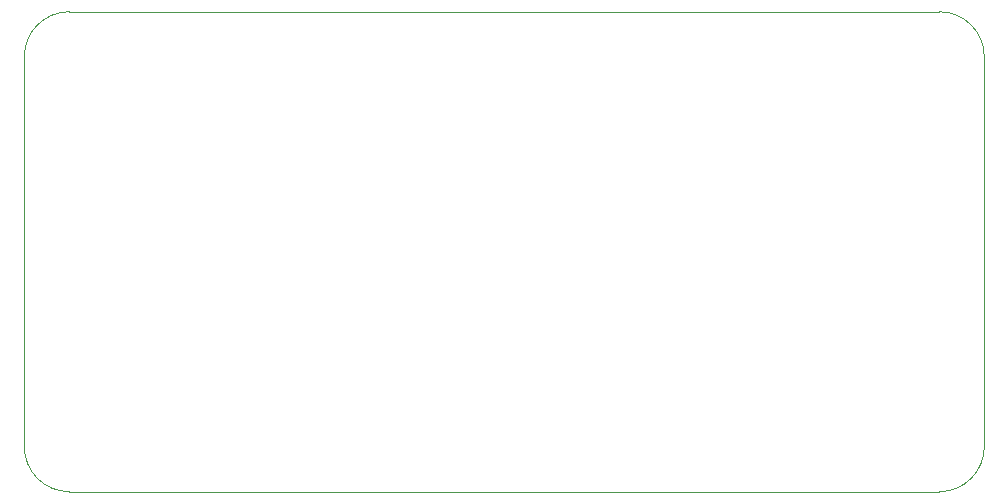
<source format=gm1>
%TF.GenerationSoftware,KiCad,Pcbnew,(5.1.8)-1*%
%TF.CreationDate,2021-02-05T23:43:27+01:00*%
%TF.ProjectId,C64 Joystick Adapter,43363420-4a6f-4797-9374-69636b204164,rev?*%
%TF.SameCoordinates,Original*%
%TF.FileFunction,Profile,NP*%
%FSLAX46Y46*%
G04 Gerber Fmt 4.6, Leading zero omitted, Abs format (unit mm)*
G04 Created by KiCad (PCBNEW (5.1.8)-1) date 2021-02-05 23:43:27*
%MOMM*%
%LPD*%
G01*
G04 APERTURE LIST*
%TA.AperFunction,Profile*%
%ADD10C,0.050000*%
%TD*%
G04 APERTURE END LIST*
D10*
X177165000Y-108585000D02*
G75*
G02*
X173355000Y-112395000I-3810000J0D01*
G01*
X173355000Y-71755000D02*
G75*
G02*
X177165000Y-75565000I0J-3810000D01*
G01*
X95885000Y-75565000D02*
G75*
G02*
X99695000Y-71755000I3810000J0D01*
G01*
X99695000Y-112395000D02*
G75*
G02*
X95885000Y-108585000I0J3810000D01*
G01*
X173355000Y-112395000D02*
X99695000Y-112395000D01*
X177165000Y-75565000D02*
X177165000Y-108585000D01*
X99695000Y-71755000D02*
X173355000Y-71755000D01*
X95885000Y-108585000D02*
X95885000Y-75565000D01*
M02*

</source>
